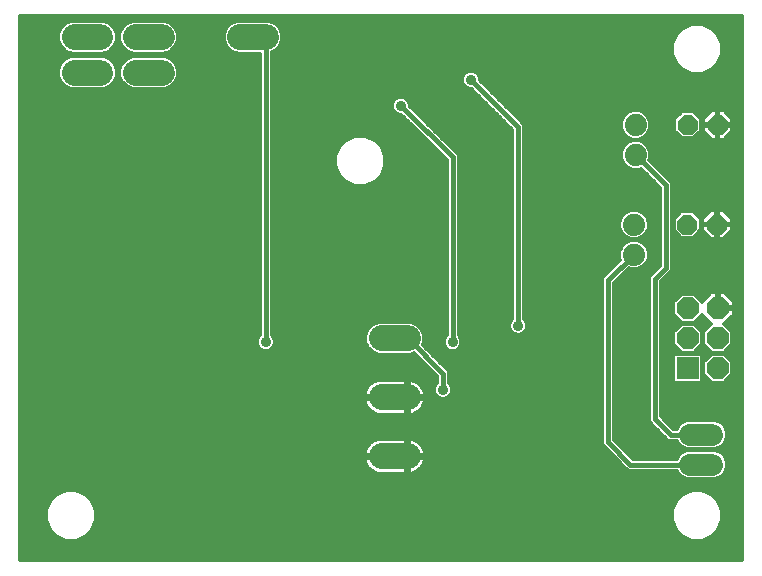
<source format=gbl>
G75*
%MOIN*%
%OFA0B0*%
%FSLAX24Y24*%
%IPPOS*%
%LPD*%
%AMOC8*
5,1,8,0,0,1.08239X$1,22.5*
%
%ADD10R,0.0740X0.0740*%
%ADD11OC8,0.0740*%
%ADD12C,0.0856*%
%ADD13OC8,0.0660*%
%ADD14C,0.0740*%
%ADD15C,0.0740*%
%ADD16C,0.0120*%
%ADD17C,0.0354*%
%ADD18C,0.0160*%
D10*
X022716Y007034D03*
D11*
X023716Y007034D03*
X023716Y008034D03*
X022716Y008034D03*
X022716Y009034D03*
X023716Y009034D03*
D12*
X013374Y008034D02*
X012517Y008034D01*
X012517Y006066D02*
X013374Y006066D01*
X013374Y004097D02*
X012517Y004097D01*
X005175Y016892D02*
X004318Y016892D01*
X003137Y016892D02*
X002281Y016892D01*
X002281Y018073D02*
X003137Y018073D01*
X004318Y018073D02*
X005175Y018073D01*
X007793Y018073D02*
X008649Y018073D01*
D13*
X022716Y015145D03*
X023716Y015145D03*
X023691Y011823D03*
X022691Y011823D03*
D14*
X022797Y004826D02*
X023537Y004826D01*
X023537Y003826D02*
X022797Y003826D01*
D15*
X020928Y010823D03*
X020928Y011823D03*
X020977Y014145D03*
X020977Y015145D03*
D16*
X000455Y018788D02*
X000455Y000627D01*
X024521Y000627D01*
X024521Y018788D01*
X000455Y018788D01*
X000455Y018712D02*
X024521Y018712D01*
X024521Y018593D02*
X008827Y018593D01*
X008758Y018622D02*
X008960Y018538D01*
X009114Y018384D01*
X009197Y018182D01*
X009197Y017964D01*
X009114Y017763D01*
X008960Y017609D01*
X008849Y017563D01*
X008849Y008131D01*
X008901Y008079D01*
X008946Y007970D01*
X008946Y007852D01*
X008901Y007743D01*
X008818Y007659D01*
X008708Y007614D01*
X008590Y007614D01*
X008481Y007659D01*
X008397Y007743D01*
X008352Y007852D01*
X008352Y007970D01*
X008397Y008079D01*
X008449Y008131D01*
X008449Y017525D01*
X007684Y017525D01*
X007482Y017609D01*
X007328Y017763D01*
X007245Y017964D01*
X007245Y018182D01*
X007328Y018384D01*
X007482Y018538D01*
X007684Y018622D01*
X008758Y018622D01*
X009023Y018475D02*
X022743Y018475D01*
X022852Y018520D02*
X022543Y018392D01*
X022307Y018155D01*
X022179Y017847D01*
X022179Y017513D01*
X022307Y017204D01*
X022543Y016968D01*
X022852Y016840D01*
X023186Y016840D01*
X023495Y016968D01*
X023731Y017204D01*
X023859Y017513D01*
X023859Y017847D01*
X023731Y018155D01*
X023495Y018392D01*
X023186Y018520D01*
X022852Y018520D01*
X022508Y018356D02*
X009125Y018356D01*
X009174Y018238D02*
X022389Y018238D01*
X022292Y018119D02*
X009197Y018119D01*
X009197Y018001D02*
X022243Y018001D01*
X022194Y017882D02*
X009163Y017882D01*
X009114Y017764D02*
X022179Y017764D01*
X022179Y017645D02*
X008996Y017645D01*
X008849Y017527D02*
X022179Y017527D01*
X022223Y017408D02*
X008849Y017408D01*
X008849Y017290D02*
X022272Y017290D01*
X022340Y017171D02*
X008849Y017171D01*
X008849Y017053D02*
X022459Y017053D01*
X022625Y016934D02*
X015571Y016934D01*
X015549Y016943D02*
X015431Y016943D01*
X015321Y016898D01*
X015238Y016815D01*
X015193Y016705D01*
X015193Y016587D01*
X015238Y016478D01*
X015321Y016394D01*
X015431Y016349D01*
X015504Y016349D01*
X016865Y014989D01*
X016865Y008673D01*
X016813Y008621D01*
X016767Y008511D01*
X016767Y008393D01*
X016813Y008284D01*
X016896Y008200D01*
X017005Y008155D01*
X017124Y008155D01*
X017233Y008200D01*
X017316Y008284D01*
X017362Y008393D01*
X017362Y008511D01*
X017316Y008621D01*
X017265Y008673D01*
X017265Y015154D01*
X017147Y015271D01*
X015787Y016632D01*
X015787Y016705D01*
X015742Y016815D01*
X015658Y016898D01*
X015549Y016943D01*
X015408Y016934D02*
X008849Y016934D01*
X008849Y016816D02*
X015239Y016816D01*
X015193Y016697D02*
X008849Y016697D01*
X008849Y016579D02*
X015196Y016579D01*
X015256Y016460D02*
X008849Y016460D01*
X008849Y016342D02*
X015512Y016342D01*
X015630Y016223D02*
X008849Y016223D01*
X008849Y016105D02*
X015749Y016105D01*
X015867Y015986D02*
X013371Y015986D01*
X013404Y015953D02*
X013320Y016037D01*
X013211Y016082D01*
X013093Y016082D01*
X012984Y016037D01*
X012900Y015953D01*
X012855Y015844D01*
X012855Y015726D01*
X012900Y015617D01*
X012984Y015533D01*
X013093Y015488D01*
X013166Y015488D01*
X014675Y013980D01*
X014675Y008131D01*
X014623Y008079D01*
X014577Y007970D01*
X014577Y007852D01*
X014623Y007743D01*
X014706Y007659D01*
X014815Y007614D01*
X014934Y007614D01*
X015043Y007659D01*
X015126Y007743D01*
X015172Y007852D01*
X015172Y007970D01*
X015126Y008079D01*
X015075Y008131D01*
X015075Y014145D01*
X013449Y015771D01*
X013449Y015844D01*
X013404Y015953D01*
X013440Y015868D02*
X015986Y015868D01*
X016104Y015749D02*
X013471Y015749D01*
X013589Y015631D02*
X016223Y015631D01*
X016341Y015512D02*
X013708Y015512D01*
X013826Y015394D02*
X016460Y015394D01*
X016578Y015275D02*
X013945Y015275D01*
X014063Y015157D02*
X016697Y015157D01*
X016815Y015038D02*
X014182Y015038D01*
X014300Y014920D02*
X016865Y014920D01*
X016865Y014801D02*
X014419Y014801D01*
X014537Y014683D02*
X016865Y014683D01*
X016865Y014564D02*
X014656Y014564D01*
X014774Y014446D02*
X016865Y014446D01*
X016865Y014327D02*
X014893Y014327D01*
X015011Y014209D02*
X016865Y014209D01*
X016865Y014090D02*
X015075Y014090D01*
X015075Y013972D02*
X016865Y013972D01*
X016865Y013853D02*
X015075Y013853D01*
X015075Y013735D02*
X016865Y013735D01*
X016865Y013616D02*
X015075Y013616D01*
X015075Y013498D02*
X016865Y013498D01*
X016865Y013379D02*
X015075Y013379D01*
X015075Y013261D02*
X016865Y013261D01*
X016865Y013142D02*
X015075Y013142D01*
X015075Y013024D02*
X016865Y013024D01*
X016865Y012905D02*
X015075Y012905D01*
X015075Y012787D02*
X016865Y012787D01*
X016865Y012668D02*
X015075Y012668D01*
X015075Y012550D02*
X016865Y012550D01*
X016865Y012431D02*
X015075Y012431D01*
X015075Y012313D02*
X016865Y012313D01*
X016865Y012194D02*
X015075Y012194D01*
X015075Y012076D02*
X016865Y012076D01*
X016865Y011957D02*
X015075Y011957D01*
X015075Y011839D02*
X016865Y011839D01*
X016865Y011720D02*
X015075Y011720D01*
X015075Y011602D02*
X016865Y011602D01*
X016865Y011483D02*
X015075Y011483D01*
X015075Y011365D02*
X016865Y011365D01*
X016865Y011246D02*
X015075Y011246D01*
X015075Y011128D02*
X016865Y011128D01*
X016865Y011009D02*
X015075Y011009D01*
X015075Y010891D02*
X016865Y010891D01*
X016865Y010772D02*
X015075Y010772D01*
X015075Y010654D02*
X016865Y010654D01*
X016865Y010535D02*
X015075Y010535D01*
X015075Y010417D02*
X016865Y010417D01*
X016865Y010298D02*
X015075Y010298D01*
X015075Y010180D02*
X016865Y010180D01*
X016865Y010061D02*
X015075Y010061D01*
X015075Y009943D02*
X016865Y009943D01*
X016865Y009824D02*
X015075Y009824D01*
X015075Y009706D02*
X016865Y009706D01*
X016865Y009587D02*
X015075Y009587D01*
X015075Y009469D02*
X016865Y009469D01*
X016865Y009350D02*
X015075Y009350D01*
X015075Y009232D02*
X016865Y009232D01*
X016865Y009113D02*
X015075Y009113D01*
X015075Y008995D02*
X016865Y008995D01*
X016865Y008876D02*
X015075Y008876D01*
X015075Y008758D02*
X016865Y008758D01*
X016831Y008639D02*
X015075Y008639D01*
X015075Y008521D02*
X016771Y008521D01*
X016767Y008402D02*
X015075Y008402D01*
X015075Y008284D02*
X016813Y008284D01*
X016982Y008165D02*
X015075Y008165D01*
X015140Y008047D02*
X019866Y008047D01*
X019866Y008165D02*
X017147Y008165D01*
X017316Y008284D02*
X019866Y008284D01*
X019866Y008402D02*
X017362Y008402D01*
X017358Y008521D02*
X019866Y008521D01*
X019866Y008639D02*
X017298Y008639D01*
X017265Y008758D02*
X019866Y008758D01*
X019866Y008876D02*
X017265Y008876D01*
X017265Y008995D02*
X019866Y008995D01*
X019866Y009113D02*
X017265Y009113D01*
X017265Y009232D02*
X019866Y009232D01*
X019866Y009350D02*
X017265Y009350D01*
X017265Y009469D02*
X019866Y009469D01*
X019866Y009587D02*
X017265Y009587D01*
X017265Y009706D02*
X019866Y009706D01*
X019866Y009824D02*
X017265Y009824D01*
X017265Y009943D02*
X019866Y009943D01*
X019866Y010045D02*
X019866Y004482D01*
X019984Y004365D01*
X020605Y003743D01*
X020722Y003626D01*
X022349Y003626D01*
X022381Y003549D01*
X022519Y003411D01*
X022699Y003336D01*
X023634Y003336D01*
X023814Y003411D01*
X023952Y003549D01*
X024027Y003729D01*
X024027Y003924D01*
X023952Y004104D01*
X023814Y004242D01*
X023634Y004316D01*
X022699Y004316D01*
X022519Y004242D01*
X022381Y004104D01*
X022349Y004026D01*
X020888Y004026D01*
X020266Y004647D01*
X020266Y009879D01*
X020753Y010366D01*
X020830Y010333D01*
X021025Y010333D01*
X021205Y010408D01*
X021343Y010546D01*
X021418Y010726D01*
X021418Y010921D01*
X021343Y011101D01*
X021205Y011239D01*
X021025Y011313D01*
X020830Y011313D01*
X020650Y011239D01*
X020512Y011101D01*
X020438Y010921D01*
X020438Y010726D01*
X020470Y010648D01*
X019866Y010045D01*
X019883Y010061D02*
X017265Y010061D01*
X017265Y010180D02*
X020001Y010180D01*
X020120Y010298D02*
X017265Y010298D01*
X017265Y010417D02*
X020238Y010417D01*
X020357Y010535D02*
X017265Y010535D01*
X017265Y010654D02*
X020468Y010654D01*
X020438Y010772D02*
X017265Y010772D01*
X017265Y010891D02*
X020438Y010891D01*
X020474Y011009D02*
X017265Y011009D01*
X017265Y011128D02*
X020539Y011128D01*
X020668Y011246D02*
X017265Y011246D01*
X017265Y011365D02*
X020755Y011365D01*
X020830Y011333D02*
X021025Y011333D01*
X021205Y011408D01*
X021343Y011546D01*
X021418Y011726D01*
X021418Y011921D01*
X021343Y012101D01*
X021205Y012239D01*
X021025Y012313D01*
X020830Y012313D01*
X020650Y012239D01*
X020512Y012101D01*
X020438Y011921D01*
X020438Y011726D01*
X020512Y011546D01*
X020650Y011408D01*
X020830Y011333D01*
X021100Y011365D02*
X021786Y011365D01*
X021786Y011483D02*
X021280Y011483D01*
X021366Y011602D02*
X021786Y011602D01*
X021786Y011720D02*
X021415Y011720D01*
X021418Y011839D02*
X021786Y011839D01*
X021786Y011957D02*
X021403Y011957D01*
X021354Y012076D02*
X021786Y012076D01*
X021786Y012194D02*
X021250Y012194D01*
X021027Y012313D02*
X021786Y012313D01*
X021786Y012431D02*
X017265Y012431D01*
X017265Y012313D02*
X020828Y012313D01*
X020605Y012194D02*
X017265Y012194D01*
X017265Y012076D02*
X020502Y012076D01*
X020453Y011957D02*
X017265Y011957D01*
X017265Y011839D02*
X020438Y011839D01*
X020440Y011720D02*
X017265Y011720D01*
X017265Y011602D02*
X020489Y011602D01*
X020575Y011483D02*
X017265Y011483D01*
X017265Y012550D02*
X021786Y012550D01*
X021786Y012668D02*
X017265Y012668D01*
X017265Y012787D02*
X021786Y012787D01*
X021786Y012905D02*
X017265Y012905D01*
X017265Y013024D02*
X021786Y013024D01*
X021786Y013054D02*
X021786Y010454D01*
X021417Y010085D01*
X021417Y005269D01*
X021534Y005152D01*
X022059Y004626D01*
X022349Y004626D01*
X022381Y004549D01*
X022519Y004411D01*
X022699Y004336D01*
X023634Y004336D01*
X023814Y004411D01*
X023952Y004549D01*
X024027Y004729D01*
X024027Y004924D01*
X023952Y005104D01*
X023814Y005242D01*
X023634Y005316D01*
X022699Y005316D01*
X022519Y005242D01*
X022381Y005104D01*
X022349Y005026D01*
X022225Y005026D01*
X021817Y005435D01*
X021817Y009920D01*
X022069Y010172D01*
X022186Y010289D01*
X022186Y013219D01*
X021435Y013970D01*
X021467Y014048D01*
X021467Y014243D01*
X021392Y014423D01*
X021254Y014561D01*
X021074Y014635D01*
X020879Y014635D01*
X020699Y014561D01*
X020562Y014423D01*
X020487Y014243D01*
X020487Y014048D01*
X020562Y013868D01*
X020699Y013730D01*
X020879Y013655D01*
X021074Y013655D01*
X021152Y013687D01*
X021786Y013054D01*
X021697Y013142D02*
X017265Y013142D01*
X017265Y013261D02*
X021579Y013261D01*
X021460Y013379D02*
X017265Y013379D01*
X017265Y013498D02*
X021342Y013498D01*
X021223Y013616D02*
X017265Y013616D01*
X017265Y013735D02*
X020695Y013735D01*
X020576Y013853D02*
X017265Y013853D01*
X017265Y013972D02*
X020519Y013972D01*
X020487Y014090D02*
X017265Y014090D01*
X017265Y014209D02*
X020487Y014209D01*
X020522Y014327D02*
X017265Y014327D01*
X017265Y014446D02*
X020584Y014446D01*
X020708Y014564D02*
X017265Y014564D01*
X017265Y014683D02*
X020814Y014683D01*
X020879Y014655D02*
X020699Y014730D01*
X020562Y014868D01*
X020487Y015048D01*
X020487Y015243D01*
X020562Y015423D01*
X020699Y015561D01*
X020879Y015635D01*
X021074Y015635D01*
X021254Y015561D01*
X021392Y015423D01*
X021467Y015243D01*
X021467Y015048D01*
X021392Y014868D01*
X021254Y014730D01*
X021074Y014655D01*
X020879Y014655D01*
X021140Y014683D02*
X023486Y014683D01*
X023513Y014655D02*
X023696Y014655D01*
X023696Y015125D01*
X023736Y015125D01*
X023736Y014655D01*
X023919Y014655D01*
X024206Y014942D01*
X024206Y015125D01*
X023736Y015125D01*
X023736Y015165D01*
X024206Y015165D01*
X024206Y015348D01*
X023919Y015635D01*
X023736Y015635D01*
X023736Y015165D01*
X023696Y015165D01*
X023696Y015125D01*
X023226Y015125D01*
X023226Y014942D01*
X023513Y014655D01*
X023696Y014683D02*
X023736Y014683D01*
X023736Y014801D02*
X023696Y014801D01*
X023696Y014920D02*
X023736Y014920D01*
X023736Y015038D02*
X023696Y015038D01*
X023696Y015157D02*
X023166Y015157D01*
X023226Y015165D02*
X023696Y015165D01*
X023696Y015635D01*
X023513Y015635D01*
X023226Y015348D01*
X023226Y015165D01*
X023226Y015275D02*
X023166Y015275D01*
X023166Y015332D02*
X023166Y014959D01*
X022902Y014695D01*
X022530Y014695D01*
X022266Y014959D01*
X022266Y015332D01*
X022530Y015595D01*
X022902Y015595D01*
X023166Y015332D01*
X023104Y015394D02*
X023271Y015394D01*
X023390Y015512D02*
X022986Y015512D01*
X023508Y015631D02*
X021086Y015631D01*
X020868Y015631D02*
X016788Y015631D01*
X016670Y015749D02*
X024521Y015749D01*
X024521Y015631D02*
X023924Y015631D01*
X024042Y015512D02*
X024521Y015512D01*
X024521Y015394D02*
X024161Y015394D01*
X024206Y015275D02*
X024521Y015275D01*
X024521Y015157D02*
X023736Y015157D01*
X023736Y015275D02*
X023696Y015275D01*
X023696Y015394D02*
X023736Y015394D01*
X023736Y015512D02*
X023696Y015512D01*
X023696Y015631D02*
X023736Y015631D01*
X024206Y015038D02*
X024521Y015038D01*
X024521Y014920D02*
X024183Y014920D01*
X024065Y014801D02*
X024521Y014801D01*
X024521Y014683D02*
X023946Y014683D01*
X024521Y014564D02*
X021246Y014564D01*
X021370Y014446D02*
X024521Y014446D01*
X024521Y014327D02*
X021432Y014327D01*
X021467Y014209D02*
X024521Y014209D01*
X024521Y014090D02*
X021467Y014090D01*
X021435Y013972D02*
X024521Y013972D01*
X024521Y013853D02*
X021552Y013853D01*
X021670Y013735D02*
X024521Y013735D01*
X024521Y013616D02*
X021789Y013616D01*
X021907Y013498D02*
X024521Y013498D01*
X024521Y013379D02*
X022026Y013379D01*
X022144Y013261D02*
X024521Y013261D01*
X024521Y013142D02*
X022186Y013142D01*
X022186Y013024D02*
X024521Y013024D01*
X024521Y012905D02*
X022186Y012905D01*
X022186Y012787D02*
X024521Y012787D01*
X024521Y012668D02*
X022186Y012668D01*
X022186Y012550D02*
X024521Y012550D01*
X024521Y012431D02*
X022186Y012431D01*
X022186Y012313D02*
X023488Y012313D01*
X023489Y012313D02*
X023201Y012026D01*
X023201Y011843D01*
X023671Y011843D01*
X023671Y011803D01*
X023201Y011803D01*
X023201Y011620D01*
X023489Y011333D01*
X023671Y011333D01*
X023671Y011803D01*
X023711Y011803D01*
X023711Y011333D01*
X023894Y011333D01*
X024181Y011620D01*
X024181Y011803D01*
X023712Y011803D01*
X023712Y011843D01*
X024181Y011843D01*
X024181Y012026D01*
X023894Y012313D01*
X023711Y012313D01*
X023711Y011843D01*
X023671Y011843D01*
X023671Y012313D01*
X023489Y012313D01*
X023369Y012194D02*
X022957Y012194D01*
X022878Y012273D02*
X023141Y012010D01*
X023141Y011637D01*
X022878Y011373D01*
X022505Y011373D01*
X022241Y011637D01*
X022241Y012010D01*
X022505Y012273D01*
X022878Y012273D01*
X023076Y012076D02*
X023251Y012076D01*
X023201Y011957D02*
X023141Y011957D01*
X023141Y011839D02*
X023671Y011839D01*
X023712Y011839D02*
X024521Y011839D01*
X024521Y011957D02*
X024181Y011957D01*
X024132Y012076D02*
X024521Y012076D01*
X024521Y012194D02*
X024014Y012194D01*
X023895Y012313D02*
X024521Y012313D01*
X024521Y011720D02*
X024181Y011720D01*
X024163Y011602D02*
X024521Y011602D01*
X024521Y011483D02*
X024044Y011483D01*
X023926Y011365D02*
X024521Y011365D01*
X024521Y011246D02*
X022186Y011246D01*
X022186Y011128D02*
X024521Y011128D01*
X024521Y011009D02*
X022186Y011009D01*
X022186Y010891D02*
X024521Y010891D01*
X024521Y010772D02*
X022186Y010772D01*
X022186Y010654D02*
X024521Y010654D01*
X024521Y010535D02*
X022186Y010535D01*
X022186Y010417D02*
X024521Y010417D01*
X024521Y010298D02*
X022186Y010298D01*
X022077Y010180D02*
X024521Y010180D01*
X024521Y010061D02*
X021958Y010061D01*
X021840Y009943D02*
X024521Y009943D01*
X024521Y009824D02*
X021817Y009824D01*
X021817Y009706D02*
X024521Y009706D01*
X024521Y009587D02*
X021817Y009587D01*
X021817Y009469D02*
X022458Y009469D01*
X022513Y009524D02*
X022226Y009237D01*
X022226Y008831D01*
X022513Y008544D01*
X022919Y008544D01*
X023188Y008813D01*
X023495Y008506D01*
X023226Y008237D01*
X023226Y007831D01*
X023513Y007544D01*
X023919Y007544D01*
X024206Y007831D01*
X024206Y008237D01*
X023937Y008506D01*
X024246Y008814D01*
X024246Y008994D01*
X023756Y008994D01*
X023756Y009074D01*
X023676Y009074D01*
X023676Y009564D01*
X023497Y009564D01*
X023188Y009255D01*
X022919Y009524D01*
X022513Y009524D01*
X022339Y009350D02*
X021817Y009350D01*
X021817Y009232D02*
X022226Y009232D01*
X022226Y009113D02*
X021817Y009113D01*
X021817Y008995D02*
X022226Y008995D01*
X022226Y008876D02*
X021817Y008876D01*
X021817Y008758D02*
X022300Y008758D01*
X022418Y008639D02*
X021817Y008639D01*
X021817Y008521D02*
X022510Y008521D01*
X022513Y008524D02*
X022226Y008237D01*
X022226Y007831D01*
X022513Y007544D01*
X022919Y007544D01*
X023206Y007831D01*
X023206Y008237D01*
X022919Y008524D01*
X022513Y008524D01*
X022391Y008402D02*
X021817Y008402D01*
X021817Y008284D02*
X022273Y008284D01*
X022226Y008165D02*
X021817Y008165D01*
X021817Y008047D02*
X022226Y008047D01*
X022226Y007928D02*
X021817Y007928D01*
X021817Y007810D02*
X022248Y007810D01*
X022366Y007691D02*
X021817Y007691D01*
X021817Y007573D02*
X022485Y007573D01*
X022296Y007524D02*
X022226Y007454D01*
X022226Y006614D01*
X022296Y006544D01*
X023136Y006544D01*
X023206Y006614D01*
X023206Y007454D01*
X023443Y007454D01*
X023513Y007524D02*
X023226Y007237D01*
X023226Y006831D01*
X023513Y006544D01*
X023919Y006544D01*
X024206Y006831D01*
X024206Y007237D01*
X023919Y007524D01*
X023513Y007524D01*
X023485Y007573D02*
X022948Y007573D01*
X023066Y007691D02*
X023366Y007691D01*
X023248Y007810D02*
X023185Y007810D01*
X023206Y007928D02*
X023226Y007928D01*
X023226Y008047D02*
X023206Y008047D01*
X023206Y008165D02*
X023226Y008165D01*
X023273Y008284D02*
X023160Y008284D01*
X023041Y008402D02*
X023391Y008402D01*
X023480Y008521D02*
X022923Y008521D01*
X023014Y008639D02*
X023362Y008639D01*
X023243Y008758D02*
X023133Y008758D01*
X023093Y009350D02*
X023283Y009350D01*
X023401Y009469D02*
X022975Y009469D01*
X023676Y009469D02*
X023756Y009469D01*
X023756Y009564D02*
X023756Y009074D01*
X024246Y009074D01*
X024246Y009254D01*
X023936Y009564D01*
X023756Y009564D01*
X023756Y009350D02*
X023676Y009350D01*
X023676Y009232D02*
X023756Y009232D01*
X023756Y009113D02*
X023676Y009113D01*
X023756Y008995D02*
X024521Y008995D01*
X024521Y009113D02*
X024246Y009113D01*
X024246Y009232D02*
X024521Y009232D01*
X024521Y009350D02*
X024150Y009350D01*
X024031Y009469D02*
X024521Y009469D01*
X024521Y008876D02*
X024246Y008876D01*
X024189Y008758D02*
X024521Y008758D01*
X024521Y008639D02*
X024071Y008639D01*
X023952Y008521D02*
X024521Y008521D01*
X024521Y008402D02*
X024041Y008402D01*
X024160Y008284D02*
X024521Y008284D01*
X024521Y008165D02*
X024206Y008165D01*
X024206Y008047D02*
X024521Y008047D01*
X024521Y007928D02*
X024206Y007928D01*
X024185Y007810D02*
X024521Y007810D01*
X024521Y007691D02*
X024066Y007691D01*
X023948Y007573D02*
X024521Y007573D01*
X024521Y007454D02*
X023989Y007454D01*
X024108Y007336D02*
X024521Y007336D01*
X024521Y007217D02*
X024206Y007217D01*
X024206Y007099D02*
X024521Y007099D01*
X024521Y006980D02*
X024206Y006980D01*
X024206Y006862D02*
X024521Y006862D01*
X024521Y006743D02*
X024118Y006743D01*
X024000Y006625D02*
X024521Y006625D01*
X024521Y006506D02*
X021817Y006506D01*
X021817Y006388D02*
X024521Y006388D01*
X024521Y006269D02*
X021817Y006269D01*
X021817Y006151D02*
X024521Y006151D01*
X024521Y006032D02*
X021817Y006032D01*
X021817Y005914D02*
X024521Y005914D01*
X024521Y005795D02*
X021817Y005795D01*
X021817Y005677D02*
X024521Y005677D01*
X024521Y005558D02*
X021817Y005558D01*
X021817Y005440D02*
X024521Y005440D01*
X024521Y005321D02*
X021930Y005321D01*
X022049Y005203D02*
X022480Y005203D01*
X022373Y005084D02*
X022167Y005084D01*
X021839Y004847D02*
X020266Y004847D01*
X020266Y004729D02*
X021957Y004729D01*
X021720Y004966D02*
X020266Y004966D01*
X020266Y005084D02*
X021602Y005084D01*
X021483Y005203D02*
X020266Y005203D01*
X020266Y005321D02*
X021417Y005321D01*
X021417Y005440D02*
X020266Y005440D01*
X020266Y005558D02*
X021417Y005558D01*
X021417Y005677D02*
X020266Y005677D01*
X020266Y005795D02*
X021417Y005795D01*
X021417Y005914D02*
X020266Y005914D01*
X020266Y006032D02*
X021417Y006032D01*
X021417Y006151D02*
X020266Y006151D01*
X020266Y006269D02*
X021417Y006269D01*
X021417Y006388D02*
X020266Y006388D01*
X020266Y006506D02*
X021417Y006506D01*
X021417Y006625D02*
X020266Y006625D01*
X020266Y006743D02*
X021417Y006743D01*
X021417Y006862D02*
X020266Y006862D01*
X020266Y006980D02*
X021417Y006980D01*
X021417Y007099D02*
X020266Y007099D01*
X020266Y007217D02*
X021417Y007217D01*
X021417Y007336D02*
X020266Y007336D01*
X020266Y007454D02*
X021417Y007454D01*
X021417Y007573D02*
X020266Y007573D01*
X020266Y007691D02*
X021417Y007691D01*
X021417Y007810D02*
X020266Y007810D01*
X020266Y007928D02*
X021417Y007928D01*
X021417Y008047D02*
X020266Y008047D01*
X020266Y008165D02*
X021417Y008165D01*
X021417Y008284D02*
X020266Y008284D01*
X020266Y008402D02*
X021417Y008402D01*
X021417Y008521D02*
X020266Y008521D01*
X020266Y008639D02*
X021417Y008639D01*
X021417Y008758D02*
X020266Y008758D01*
X020266Y008876D02*
X021417Y008876D01*
X021417Y008995D02*
X020266Y008995D01*
X020266Y009113D02*
X021417Y009113D01*
X021417Y009232D02*
X020266Y009232D01*
X020266Y009350D02*
X021417Y009350D01*
X021417Y009469D02*
X020266Y009469D01*
X020266Y009587D02*
X021417Y009587D01*
X021417Y009706D02*
X020266Y009706D01*
X020266Y009824D02*
X021417Y009824D01*
X021417Y009943D02*
X020330Y009943D01*
X020448Y010061D02*
X021417Y010061D01*
X021511Y010180D02*
X020567Y010180D01*
X020685Y010298D02*
X021629Y010298D01*
X021748Y010417D02*
X021214Y010417D01*
X021332Y010535D02*
X021786Y010535D01*
X021786Y010654D02*
X021388Y010654D01*
X021418Y010772D02*
X021786Y010772D01*
X021786Y010891D02*
X021418Y010891D01*
X021381Y011009D02*
X021786Y011009D01*
X021786Y011128D02*
X021317Y011128D01*
X021188Y011246D02*
X021786Y011246D01*
X022186Y011365D02*
X023457Y011365D01*
X023339Y011483D02*
X022988Y011483D01*
X023106Y011602D02*
X023220Y011602D01*
X023201Y011720D02*
X023141Y011720D01*
X023671Y011720D02*
X023711Y011720D01*
X023711Y011602D02*
X023671Y011602D01*
X023671Y011483D02*
X023711Y011483D01*
X023711Y011365D02*
X023671Y011365D01*
X023671Y011957D02*
X023711Y011957D01*
X023711Y012076D02*
X023671Y012076D01*
X023671Y012194D02*
X023711Y012194D01*
X023711Y012313D02*
X023671Y012313D01*
X022426Y012194D02*
X022186Y012194D01*
X022186Y012076D02*
X022307Y012076D01*
X022241Y011957D02*
X022186Y011957D01*
X022186Y011839D02*
X022241Y011839D01*
X022241Y011720D02*
X022186Y011720D01*
X022186Y011602D02*
X022277Y011602D01*
X022186Y011483D02*
X022395Y011483D01*
X022424Y014801D02*
X021326Y014801D01*
X021414Y014920D02*
X022305Y014920D01*
X022266Y015038D02*
X021463Y015038D01*
X021467Y015157D02*
X022266Y015157D01*
X022266Y015275D02*
X021454Y015275D01*
X021404Y015394D02*
X022328Y015394D01*
X022447Y015512D02*
X021303Y015512D01*
X020651Y015512D02*
X016907Y015512D01*
X017025Y015394D02*
X020549Y015394D01*
X020500Y015275D02*
X017144Y015275D01*
X017262Y015157D02*
X020487Y015157D01*
X020491Y015038D02*
X017265Y015038D01*
X017265Y014920D02*
X020540Y014920D01*
X020628Y014801D02*
X017265Y014801D01*
X016551Y015868D02*
X024521Y015868D01*
X024521Y015986D02*
X016433Y015986D01*
X016314Y016105D02*
X024521Y016105D01*
X024521Y016223D02*
X016196Y016223D01*
X016077Y016342D02*
X024521Y016342D01*
X024521Y016460D02*
X015959Y016460D01*
X015840Y016579D02*
X024521Y016579D01*
X024521Y016697D02*
X015787Y016697D01*
X015741Y016816D02*
X024521Y016816D01*
X024521Y016934D02*
X023414Y016934D01*
X023580Y017053D02*
X024521Y017053D01*
X024521Y017171D02*
X023698Y017171D01*
X023767Y017290D02*
X024521Y017290D01*
X024521Y017408D02*
X023816Y017408D01*
X023859Y017527D02*
X024521Y017527D01*
X024521Y017645D02*
X023859Y017645D01*
X023859Y017764D02*
X024521Y017764D01*
X024521Y017882D02*
X023845Y017882D01*
X023795Y018001D02*
X024521Y018001D01*
X024521Y018119D02*
X023746Y018119D01*
X023649Y018238D02*
X024521Y018238D01*
X024521Y018356D02*
X023531Y018356D01*
X023295Y018475D02*
X024521Y018475D01*
X023226Y015038D02*
X023166Y015038D01*
X023127Y014920D02*
X023249Y014920D01*
X023367Y014801D02*
X023008Y014801D01*
X014675Y013972D02*
X012639Y013972D01*
X012639Y014090D02*
X014564Y014090D01*
X014446Y014209D02*
X012596Y014209D01*
X012639Y014107D02*
X012511Y014415D01*
X012275Y014652D01*
X011966Y014779D01*
X011632Y014779D01*
X011323Y014652D01*
X011087Y014415D01*
X010959Y014107D01*
X010959Y013772D01*
X011087Y013464D01*
X011323Y013227D01*
X011632Y013100D01*
X011966Y013100D01*
X012275Y013227D01*
X012511Y013464D01*
X012639Y013772D01*
X012639Y014107D01*
X012639Y013853D02*
X014675Y013853D01*
X014675Y013735D02*
X012623Y013735D01*
X012574Y013616D02*
X014675Y013616D01*
X014675Y013498D02*
X012525Y013498D01*
X012426Y013379D02*
X014675Y013379D01*
X014675Y013261D02*
X012308Y013261D01*
X012068Y013142D02*
X014675Y013142D01*
X014675Y013024D02*
X008849Y013024D01*
X008849Y013142D02*
X011529Y013142D01*
X011290Y013261D02*
X008849Y013261D01*
X008849Y013379D02*
X011171Y013379D01*
X011073Y013498D02*
X008849Y013498D01*
X008849Y013616D02*
X011024Y013616D01*
X010975Y013735D02*
X008849Y013735D01*
X008849Y013853D02*
X010959Y013853D01*
X010959Y013972D02*
X008849Y013972D01*
X008849Y014090D02*
X010959Y014090D01*
X011001Y014209D02*
X008849Y014209D01*
X008849Y014327D02*
X011050Y014327D01*
X011117Y014446D02*
X008849Y014446D01*
X008849Y014564D02*
X011235Y014564D01*
X011398Y014683D02*
X008849Y014683D01*
X008849Y014801D02*
X013853Y014801D01*
X013735Y014920D02*
X008849Y014920D01*
X008849Y015038D02*
X013616Y015038D01*
X013498Y015157D02*
X008849Y015157D01*
X008849Y015275D02*
X013379Y015275D01*
X013261Y015394D02*
X008849Y015394D01*
X008849Y015512D02*
X013035Y015512D01*
X012894Y015631D02*
X008849Y015631D01*
X008849Y015749D02*
X012855Y015749D01*
X012865Y015868D02*
X008849Y015868D01*
X008849Y015986D02*
X012933Y015986D01*
X012200Y014683D02*
X013972Y014683D01*
X014090Y014564D02*
X012362Y014564D01*
X012481Y014446D02*
X014209Y014446D01*
X014327Y014327D02*
X012547Y014327D01*
X014675Y012905D02*
X008849Y012905D01*
X008849Y012787D02*
X014675Y012787D01*
X014675Y012668D02*
X008849Y012668D01*
X008849Y012550D02*
X014675Y012550D01*
X014675Y012431D02*
X008849Y012431D01*
X008849Y012313D02*
X014675Y012313D01*
X014675Y012194D02*
X008849Y012194D01*
X008849Y012076D02*
X014675Y012076D01*
X014675Y011957D02*
X008849Y011957D01*
X008849Y011839D02*
X014675Y011839D01*
X014675Y011720D02*
X008849Y011720D01*
X008849Y011602D02*
X014675Y011602D01*
X014675Y011483D02*
X008849Y011483D01*
X008849Y011365D02*
X014675Y011365D01*
X014675Y011246D02*
X008849Y011246D01*
X008849Y011128D02*
X014675Y011128D01*
X014675Y011009D02*
X008849Y011009D01*
X008849Y010891D02*
X014675Y010891D01*
X014675Y010772D02*
X008849Y010772D01*
X008849Y010654D02*
X014675Y010654D01*
X014675Y010535D02*
X008849Y010535D01*
X008849Y010417D02*
X014675Y010417D01*
X014675Y010298D02*
X008849Y010298D01*
X008849Y010180D02*
X014675Y010180D01*
X014675Y010061D02*
X008849Y010061D01*
X008849Y009943D02*
X014675Y009943D01*
X014675Y009824D02*
X008849Y009824D01*
X008849Y009706D02*
X014675Y009706D01*
X014675Y009587D02*
X008849Y009587D01*
X008849Y009469D02*
X014675Y009469D01*
X014675Y009350D02*
X008849Y009350D01*
X008849Y009232D02*
X014675Y009232D01*
X014675Y009113D02*
X008849Y009113D01*
X008849Y008995D02*
X014675Y008995D01*
X014675Y008876D02*
X008849Y008876D01*
X008849Y008758D02*
X014675Y008758D01*
X014675Y008639D02*
X008849Y008639D01*
X008849Y008521D02*
X012259Y008521D01*
X012207Y008499D02*
X012053Y008345D01*
X011969Y008143D01*
X011969Y007925D01*
X012053Y007724D01*
X012207Y007569D01*
X012408Y007486D01*
X013483Y007486D01*
X013593Y007532D01*
X014355Y006770D01*
X014355Y006532D01*
X014303Y006480D01*
X014258Y006371D01*
X014258Y006252D01*
X014303Y006143D01*
X014386Y006060D01*
X014496Y006014D01*
X014614Y006014D01*
X014723Y006060D01*
X014807Y006143D01*
X014852Y006252D01*
X014852Y006371D01*
X014807Y006480D01*
X014755Y006532D01*
X014755Y006936D01*
X013876Y007814D01*
X013922Y007925D01*
X013922Y008143D01*
X013838Y008345D01*
X013684Y008499D01*
X013483Y008582D01*
X012408Y008582D01*
X012207Y008499D01*
X012110Y008402D02*
X008849Y008402D01*
X008849Y008284D02*
X012027Y008284D01*
X011978Y008165D02*
X008849Y008165D01*
X008915Y008047D02*
X011969Y008047D01*
X011969Y007928D02*
X008946Y007928D01*
X008929Y007810D02*
X012017Y007810D01*
X012085Y007691D02*
X008849Y007691D01*
X008449Y007691D02*
X000455Y007691D01*
X000455Y007573D02*
X012204Y007573D01*
X012380Y006639D02*
X012292Y006611D01*
X012209Y006569D01*
X012134Y006514D01*
X012069Y006449D01*
X012014Y006374D01*
X011972Y006291D01*
X011944Y006203D01*
X011931Y006126D01*
X013314Y006126D01*
X013314Y006654D01*
X012471Y006654D01*
X012380Y006639D01*
X012334Y006625D02*
X000455Y006625D01*
X000455Y006743D02*
X014355Y006743D01*
X014355Y006625D02*
X013556Y006625D01*
X013599Y006611D02*
X013511Y006639D01*
X013434Y006651D01*
X013434Y006126D01*
X013314Y006126D01*
X013314Y006006D01*
X013434Y006006D01*
X013434Y006126D01*
X013960Y006126D01*
X013947Y006203D01*
X013919Y006291D01*
X013877Y006374D01*
X013822Y006449D01*
X013757Y006514D01*
X013682Y006569D01*
X013599Y006611D01*
X013434Y006625D02*
X013314Y006625D01*
X013314Y006506D02*
X013434Y006506D01*
X013434Y006388D02*
X013314Y006388D01*
X013314Y006269D02*
X013434Y006269D01*
X013434Y006151D02*
X013314Y006151D01*
X013314Y006032D02*
X000455Y006032D01*
X000455Y005914D02*
X011948Y005914D01*
X011944Y005928D02*
X011972Y005840D01*
X012014Y005757D01*
X012069Y005682D01*
X012134Y005617D01*
X012209Y005562D01*
X012292Y005520D01*
X012380Y005492D01*
X012471Y005477D01*
X013314Y005477D01*
X013314Y006006D01*
X011931Y006006D01*
X011944Y005928D01*
X011995Y005795D02*
X000455Y005795D01*
X000455Y005677D02*
X012075Y005677D01*
X012218Y005558D02*
X000455Y005558D01*
X000455Y005440D02*
X019866Y005440D01*
X019866Y005558D02*
X013673Y005558D01*
X013682Y005562D02*
X013757Y005617D01*
X013822Y005682D01*
X013877Y005757D01*
X013919Y005840D01*
X013947Y005928D01*
X013960Y006006D01*
X013434Y006006D01*
X013434Y005480D01*
X013511Y005492D01*
X013599Y005520D01*
X013682Y005562D01*
X013816Y005677D02*
X019866Y005677D01*
X019866Y005795D02*
X013896Y005795D01*
X013943Y005914D02*
X019866Y005914D01*
X019866Y006032D02*
X014656Y006032D01*
X014810Y006151D02*
X019866Y006151D01*
X019866Y006269D02*
X014852Y006269D01*
X014845Y006388D02*
X019866Y006388D01*
X019866Y006506D02*
X014780Y006506D01*
X014755Y006625D02*
X019866Y006625D01*
X019866Y006743D02*
X014755Y006743D01*
X014755Y006862D02*
X019866Y006862D01*
X019866Y006980D02*
X014710Y006980D01*
X014592Y007099D02*
X019866Y007099D01*
X019866Y007217D02*
X014473Y007217D01*
X014355Y007336D02*
X019866Y007336D01*
X019866Y007454D02*
X014236Y007454D01*
X014118Y007573D02*
X019866Y007573D01*
X019866Y007691D02*
X015075Y007691D01*
X015154Y007810D02*
X019866Y007810D01*
X019866Y007928D02*
X015172Y007928D01*
X014675Y008165D02*
X013913Y008165D01*
X013922Y008047D02*
X014609Y008047D01*
X014577Y007928D02*
X013922Y007928D01*
X013881Y007810D02*
X014595Y007810D01*
X014674Y007691D02*
X013999Y007691D01*
X013671Y007454D02*
X000455Y007454D01*
X000455Y007336D02*
X013789Y007336D01*
X013908Y007217D02*
X000455Y007217D01*
X000455Y007099D02*
X014026Y007099D01*
X014145Y006980D02*
X000455Y006980D01*
X000455Y006862D02*
X014263Y006862D01*
X014329Y006506D02*
X013765Y006506D01*
X013867Y006388D02*
X014264Y006388D01*
X014258Y006269D02*
X013926Y006269D01*
X013956Y006151D02*
X014300Y006151D01*
X014453Y006032D02*
X013434Y006032D01*
X013434Y005914D02*
X013314Y005914D01*
X013314Y005795D02*
X013434Y005795D01*
X013434Y005677D02*
X013314Y005677D01*
X013314Y005558D02*
X013434Y005558D01*
X013434Y004683D02*
X013434Y004157D01*
X013960Y004157D01*
X013947Y004235D01*
X013919Y004323D01*
X013877Y004405D01*
X013822Y004480D01*
X013757Y004546D01*
X013682Y004600D01*
X013599Y004642D01*
X013511Y004671D01*
X013434Y004683D01*
X013434Y004610D02*
X013314Y004610D01*
X013314Y004685D02*
X012471Y004685D01*
X012380Y004671D01*
X012292Y004642D01*
X012209Y004600D01*
X012134Y004546D01*
X012069Y004480D01*
X012014Y004405D01*
X011972Y004323D01*
X011944Y004235D01*
X011931Y004157D01*
X013314Y004157D01*
X013314Y004685D01*
X013314Y004492D02*
X013434Y004492D01*
X013434Y004373D02*
X013314Y004373D01*
X013314Y004255D02*
X013434Y004255D01*
X013434Y004157D02*
X013314Y004157D01*
X013314Y004037D01*
X013434Y004037D01*
X013434Y004157D01*
X013434Y004136D02*
X020212Y004136D01*
X020094Y004255D02*
X013941Y004255D01*
X013893Y004373D02*
X019975Y004373D01*
X019984Y004365D02*
X019984Y004365D01*
X019866Y004492D02*
X013811Y004492D01*
X013662Y004610D02*
X019866Y004610D01*
X019866Y004729D02*
X000455Y004729D01*
X000455Y004847D02*
X019866Y004847D01*
X019866Y004966D02*
X000455Y004966D01*
X000455Y005084D02*
X019866Y005084D01*
X019866Y005203D02*
X000455Y005203D01*
X000455Y005321D02*
X019866Y005321D01*
X020304Y004610D02*
X022356Y004610D01*
X022439Y004492D02*
X020422Y004492D01*
X020541Y004373D02*
X022611Y004373D01*
X022550Y004255D02*
X020659Y004255D01*
X020778Y004136D02*
X022414Y004136D01*
X022387Y003544D02*
X013573Y003544D01*
X013599Y003552D02*
X013511Y003523D01*
X013434Y003511D01*
X013434Y004037D01*
X013960Y004037D01*
X013947Y003959D01*
X013919Y003871D01*
X013877Y003789D01*
X013822Y003714D01*
X013757Y003648D01*
X013682Y003594D01*
X013599Y003552D01*
X013434Y003544D02*
X013314Y003544D01*
X013314Y003509D02*
X013314Y004037D01*
X011931Y004037D01*
X011944Y003959D01*
X011972Y003871D01*
X012014Y003789D01*
X012069Y003714D01*
X012134Y003648D01*
X012209Y003594D01*
X012292Y003552D01*
X012380Y003523D01*
X012471Y003509D01*
X013314Y003509D01*
X013314Y003662D02*
X013434Y003662D01*
X013434Y003781D02*
X013314Y003781D01*
X013314Y003899D02*
X013434Y003899D01*
X013434Y004018D02*
X013314Y004018D01*
X013314Y004136D02*
X000455Y004136D01*
X000455Y004018D02*
X011934Y004018D01*
X011963Y003899D02*
X000455Y003899D01*
X000455Y003781D02*
X012020Y003781D01*
X012121Y003662D02*
X000455Y003662D01*
X000455Y003544D02*
X012317Y003544D01*
X011950Y004255D02*
X000455Y004255D01*
X000455Y004373D02*
X011998Y004373D01*
X012080Y004492D02*
X000455Y004492D01*
X000455Y004610D02*
X012229Y004610D01*
X013770Y003662D02*
X020686Y003662D01*
X020605Y003743D02*
X020605Y003743D01*
X020568Y003781D02*
X013871Y003781D01*
X013928Y003899D02*
X020449Y003899D01*
X020331Y004018D02*
X013956Y004018D01*
X011935Y006151D02*
X000455Y006151D01*
X000455Y006269D02*
X011965Y006269D01*
X012024Y006388D02*
X000455Y006388D01*
X000455Y006506D02*
X012126Y006506D01*
X013864Y008284D02*
X014675Y008284D01*
X014675Y008402D02*
X013781Y008402D01*
X013631Y008521D02*
X014675Y008521D01*
X008449Y008521D02*
X000455Y008521D01*
X000455Y008639D02*
X008449Y008639D01*
X008449Y008758D02*
X000455Y008758D01*
X000455Y008876D02*
X008449Y008876D01*
X008449Y008995D02*
X000455Y008995D01*
X000455Y009113D02*
X008449Y009113D01*
X008449Y009232D02*
X000455Y009232D01*
X000455Y009350D02*
X008449Y009350D01*
X008449Y009469D02*
X000455Y009469D01*
X000455Y009587D02*
X008449Y009587D01*
X008449Y009706D02*
X000455Y009706D01*
X000455Y009824D02*
X008449Y009824D01*
X008449Y009943D02*
X000455Y009943D01*
X000455Y010061D02*
X008449Y010061D01*
X008449Y010180D02*
X000455Y010180D01*
X000455Y010298D02*
X008449Y010298D01*
X008449Y010417D02*
X000455Y010417D01*
X000455Y010535D02*
X008449Y010535D01*
X008449Y010654D02*
X000455Y010654D01*
X000455Y010772D02*
X008449Y010772D01*
X008449Y010891D02*
X000455Y010891D01*
X000455Y011009D02*
X008449Y011009D01*
X008449Y011128D02*
X000455Y011128D01*
X000455Y011246D02*
X008449Y011246D01*
X008449Y011365D02*
X000455Y011365D01*
X000455Y011483D02*
X008449Y011483D01*
X008449Y011602D02*
X000455Y011602D01*
X000455Y011720D02*
X008449Y011720D01*
X008449Y011839D02*
X000455Y011839D01*
X000455Y011957D02*
X008449Y011957D01*
X008449Y012076D02*
X000455Y012076D01*
X000455Y012194D02*
X008449Y012194D01*
X008449Y012313D02*
X000455Y012313D01*
X000455Y012431D02*
X008449Y012431D01*
X008449Y012550D02*
X000455Y012550D01*
X000455Y012668D02*
X008449Y012668D01*
X008449Y012787D02*
X000455Y012787D01*
X000455Y012905D02*
X008449Y012905D01*
X008449Y013024D02*
X000455Y013024D01*
X000455Y013142D02*
X008449Y013142D01*
X008449Y013261D02*
X000455Y013261D01*
X000455Y013379D02*
X008449Y013379D01*
X008449Y013498D02*
X000455Y013498D01*
X000455Y013616D02*
X008449Y013616D01*
X008449Y013735D02*
X000455Y013735D01*
X000455Y013853D02*
X008449Y013853D01*
X008449Y013972D02*
X000455Y013972D01*
X000455Y014090D02*
X008449Y014090D01*
X008449Y014209D02*
X000455Y014209D01*
X000455Y014327D02*
X008449Y014327D01*
X008449Y014446D02*
X000455Y014446D01*
X000455Y014564D02*
X008449Y014564D01*
X008449Y014683D02*
X000455Y014683D01*
X000455Y014801D02*
X008449Y014801D01*
X008449Y014920D02*
X000455Y014920D01*
X000455Y015038D02*
X008449Y015038D01*
X008449Y015157D02*
X000455Y015157D01*
X000455Y015275D02*
X008449Y015275D01*
X008449Y015394D02*
X000455Y015394D01*
X000455Y015512D02*
X008449Y015512D01*
X008449Y015631D02*
X000455Y015631D01*
X000455Y015749D02*
X008449Y015749D01*
X008449Y015868D02*
X000455Y015868D01*
X000455Y015986D02*
X008449Y015986D01*
X008449Y016105D02*
X000455Y016105D01*
X000455Y016223D02*
X008449Y016223D01*
X008449Y016342D02*
X000455Y016342D01*
X000455Y016460D02*
X001938Y016460D01*
X001971Y016428D02*
X001816Y016582D01*
X001733Y016783D01*
X001733Y017001D01*
X001816Y017203D01*
X001971Y017357D01*
X002172Y017440D01*
X003246Y017440D01*
X003448Y017357D01*
X003602Y017203D01*
X003686Y017001D01*
X003686Y016783D01*
X003602Y016582D01*
X003448Y016428D01*
X003246Y016344D01*
X002172Y016344D01*
X001971Y016428D01*
X001820Y016579D02*
X000455Y016579D01*
X000455Y016697D02*
X001769Y016697D01*
X001733Y016816D02*
X000455Y016816D01*
X000455Y016934D02*
X001733Y016934D01*
X001754Y017053D02*
X000455Y017053D01*
X000455Y017171D02*
X001803Y017171D01*
X001903Y017290D02*
X000455Y017290D01*
X000455Y017408D02*
X002094Y017408D01*
X002169Y017527D02*
X000455Y017527D01*
X000455Y017645D02*
X001934Y017645D01*
X001971Y017609D02*
X002172Y017525D01*
X003246Y017525D01*
X003448Y017609D01*
X003602Y017763D01*
X003686Y017964D01*
X003686Y018182D01*
X003602Y018384D01*
X003448Y018538D01*
X003246Y018622D01*
X002172Y018622D01*
X001971Y018538D01*
X001816Y018384D01*
X001733Y018182D01*
X001733Y017964D01*
X001816Y017763D01*
X001971Y017609D01*
X001816Y017764D02*
X000455Y017764D01*
X000455Y017882D02*
X001767Y017882D01*
X001733Y018001D02*
X000455Y018001D01*
X000455Y018119D02*
X001733Y018119D01*
X001756Y018238D02*
X000455Y018238D01*
X000455Y018356D02*
X001805Y018356D01*
X001907Y018475D02*
X000455Y018475D01*
X000455Y018593D02*
X002103Y018593D01*
X003315Y018593D02*
X004141Y018593D01*
X004209Y018622D02*
X004008Y018538D01*
X003854Y018384D01*
X003770Y018182D01*
X003770Y017964D01*
X003854Y017763D01*
X004008Y017609D01*
X004209Y017525D01*
X005284Y017525D01*
X005485Y017609D01*
X005639Y017763D01*
X005723Y017964D01*
X005723Y018182D01*
X005639Y018384D01*
X005485Y018538D01*
X005284Y018622D01*
X004209Y018622D01*
X003944Y018475D02*
X003511Y018475D01*
X003614Y018356D02*
X003842Y018356D01*
X003793Y018238D02*
X003663Y018238D01*
X003686Y018119D02*
X003770Y018119D01*
X003770Y018001D02*
X003686Y018001D01*
X003651Y017882D02*
X003804Y017882D01*
X003853Y017764D02*
X003602Y017764D01*
X003484Y017645D02*
X003972Y017645D01*
X004206Y017527D02*
X003250Y017527D01*
X003325Y017408D02*
X004131Y017408D01*
X004209Y017440D02*
X004008Y017357D01*
X003854Y017203D01*
X003770Y017001D01*
X003770Y016783D01*
X003854Y016582D01*
X004008Y016428D01*
X004209Y016344D01*
X005284Y016344D01*
X005485Y016428D01*
X005639Y016582D01*
X005723Y016783D01*
X005723Y017001D01*
X005639Y017203D01*
X005485Y017357D01*
X005284Y017440D01*
X004209Y017440D01*
X003941Y017290D02*
X003515Y017290D01*
X003615Y017171D02*
X003841Y017171D01*
X003792Y017053D02*
X003664Y017053D01*
X003686Y016934D02*
X003770Y016934D01*
X003770Y016816D02*
X003686Y016816D01*
X003650Y016697D02*
X003806Y016697D01*
X003857Y016579D02*
X003599Y016579D01*
X003480Y016460D02*
X003976Y016460D01*
X005518Y016460D02*
X008449Y016460D01*
X008449Y016579D02*
X005636Y016579D01*
X005687Y016697D02*
X008449Y016697D01*
X008449Y016816D02*
X005723Y016816D01*
X005723Y016934D02*
X008449Y016934D01*
X008449Y017053D02*
X005702Y017053D01*
X005653Y017171D02*
X008449Y017171D01*
X008449Y017290D02*
X005553Y017290D01*
X005362Y017408D02*
X008449Y017408D01*
X007681Y017527D02*
X005287Y017527D01*
X005522Y017645D02*
X007446Y017645D01*
X007328Y017764D02*
X005640Y017764D01*
X005689Y017882D02*
X007279Y017882D01*
X007245Y018001D02*
X005723Y018001D01*
X005723Y018119D02*
X007245Y018119D01*
X007268Y018238D02*
X005700Y018238D01*
X005651Y018356D02*
X007317Y018356D01*
X007419Y018475D02*
X005549Y018475D01*
X005353Y018593D02*
X007615Y018593D01*
X008449Y008402D02*
X000455Y008402D01*
X000455Y008284D02*
X008449Y008284D01*
X008449Y008165D02*
X000455Y008165D01*
X000455Y008047D02*
X008384Y008047D01*
X008352Y007928D02*
X000455Y007928D01*
X000455Y007810D02*
X008370Y007810D01*
X002629Y002841D02*
X002320Y002968D01*
X001986Y002968D01*
X001677Y002841D01*
X001441Y002604D01*
X001313Y002296D01*
X001313Y001961D01*
X001441Y001653D01*
X001677Y001416D01*
X001986Y001289D01*
X002320Y001289D01*
X002629Y001416D01*
X002865Y001653D01*
X002993Y001961D01*
X002993Y002296D01*
X002865Y002604D01*
X002629Y002841D01*
X002637Y002833D02*
X022535Y002833D01*
X022543Y002841D02*
X022307Y002604D01*
X022179Y002296D01*
X022179Y001961D01*
X022307Y001653D01*
X022543Y001416D01*
X022852Y001289D01*
X023186Y001289D01*
X023495Y001416D01*
X023731Y001653D01*
X023859Y001961D01*
X023859Y002296D01*
X023731Y002604D01*
X023495Y002841D01*
X023186Y002968D01*
X022852Y002968D01*
X022543Y002841D01*
X022417Y002714D02*
X002755Y002714D01*
X002869Y002596D02*
X022304Y002596D01*
X022254Y002477D02*
X002918Y002477D01*
X002967Y002359D02*
X022205Y002359D01*
X022179Y002240D02*
X002993Y002240D01*
X002993Y002122D02*
X022179Y002122D01*
X022179Y002003D02*
X002993Y002003D01*
X002961Y001885D02*
X022211Y001885D01*
X022260Y001766D02*
X002912Y001766D01*
X002860Y001648D02*
X022312Y001648D01*
X022431Y001529D02*
X002741Y001529D01*
X002615Y001411D02*
X022558Y001411D01*
X022844Y001292D02*
X002328Y001292D01*
X001978Y001292D02*
X000455Y001292D01*
X000455Y001174D02*
X024521Y001174D01*
X024521Y001292D02*
X023195Y001292D01*
X023481Y001411D02*
X024521Y001411D01*
X024521Y001529D02*
X023608Y001529D01*
X023726Y001648D02*
X024521Y001648D01*
X024521Y001766D02*
X023778Y001766D01*
X023827Y001885D02*
X024521Y001885D01*
X024521Y002003D02*
X023859Y002003D01*
X023859Y002122D02*
X024521Y002122D01*
X024521Y002240D02*
X023859Y002240D01*
X023833Y002359D02*
X024521Y002359D01*
X024521Y002477D02*
X023784Y002477D01*
X023735Y002596D02*
X024521Y002596D01*
X024521Y002714D02*
X023622Y002714D01*
X023503Y002833D02*
X024521Y002833D01*
X024521Y002951D02*
X023228Y002951D01*
X022810Y002951D02*
X002362Y002951D01*
X001944Y002951D02*
X000455Y002951D01*
X000455Y002833D02*
X001669Y002833D01*
X001551Y002714D02*
X000455Y002714D01*
X000455Y002596D02*
X001437Y002596D01*
X001388Y002477D02*
X000455Y002477D01*
X000455Y002359D02*
X001339Y002359D01*
X001313Y002240D02*
X000455Y002240D01*
X000455Y002122D02*
X001313Y002122D01*
X001313Y002003D02*
X000455Y002003D01*
X000455Y001885D02*
X001345Y001885D01*
X001394Y001766D02*
X000455Y001766D01*
X000455Y001648D02*
X001446Y001648D01*
X001565Y001529D02*
X000455Y001529D01*
X000455Y001411D02*
X001692Y001411D01*
X000455Y001055D02*
X024521Y001055D01*
X024521Y000937D02*
X000455Y000937D01*
X000455Y000818D02*
X024521Y000818D01*
X024521Y000700D02*
X000455Y000700D01*
X000455Y003070D02*
X024521Y003070D01*
X024521Y003188D02*
X000455Y003188D01*
X000455Y003307D02*
X024521Y003307D01*
X024521Y003425D02*
X023829Y003425D01*
X023947Y003544D02*
X024521Y003544D01*
X024521Y003662D02*
X023999Y003662D01*
X024027Y003781D02*
X024521Y003781D01*
X024521Y003899D02*
X024027Y003899D01*
X023988Y004018D02*
X024521Y004018D01*
X024521Y004136D02*
X023920Y004136D01*
X023784Y004255D02*
X024521Y004255D01*
X024521Y004373D02*
X023723Y004373D01*
X023895Y004492D02*
X024521Y004492D01*
X024521Y004610D02*
X023978Y004610D01*
X024027Y004729D02*
X024521Y004729D01*
X024521Y004847D02*
X024027Y004847D01*
X024010Y004966D02*
X024521Y004966D01*
X024521Y005084D02*
X023961Y005084D01*
X023854Y005203D02*
X024521Y005203D01*
X023433Y006625D02*
X023206Y006625D01*
X023206Y006743D02*
X023314Y006743D01*
X023226Y006862D02*
X023206Y006862D01*
X023206Y006980D02*
X023226Y006980D01*
X023226Y007099D02*
X023206Y007099D01*
X023206Y007217D02*
X023226Y007217D01*
X023206Y007336D02*
X023325Y007336D01*
X023206Y007454D02*
X023136Y007524D01*
X022296Y007524D01*
X022226Y007454D02*
X021817Y007454D01*
X021817Y007336D02*
X022226Y007336D01*
X022226Y007217D02*
X021817Y007217D01*
X021817Y007099D02*
X022226Y007099D01*
X022226Y006980D02*
X021817Y006980D01*
X021817Y006862D02*
X022226Y006862D01*
X022226Y006743D02*
X021817Y006743D01*
X021817Y006625D02*
X022226Y006625D01*
X022505Y003425D02*
X000455Y003425D01*
D17*
X003310Y007862D03*
X004614Y010470D03*
X001636Y013300D03*
X007370Y014604D03*
X013152Y015785D03*
X015490Y016646D03*
X013423Y012242D03*
X017065Y008452D03*
X014875Y007911D03*
X014555Y006312D03*
X017630Y004761D03*
X018738Y011602D03*
X008649Y007911D03*
D18*
X008649Y018073D01*
X013152Y015785D02*
X014875Y014063D01*
X014875Y007911D01*
X014555Y006853D02*
X013374Y008034D01*
X014555Y006853D02*
X014555Y006312D01*
X017065Y008452D02*
X017065Y015071D01*
X015490Y016646D01*
X020977Y014145D02*
X021986Y013136D01*
X021986Y010372D01*
X021617Y010003D01*
X021617Y005352D01*
X022142Y004826D01*
X023167Y004826D01*
X023167Y003826D02*
X020805Y003826D01*
X020066Y004565D01*
X020066Y009962D01*
X020928Y010823D01*
X003137Y016892D02*
X003088Y016892D01*
M02*

</source>
